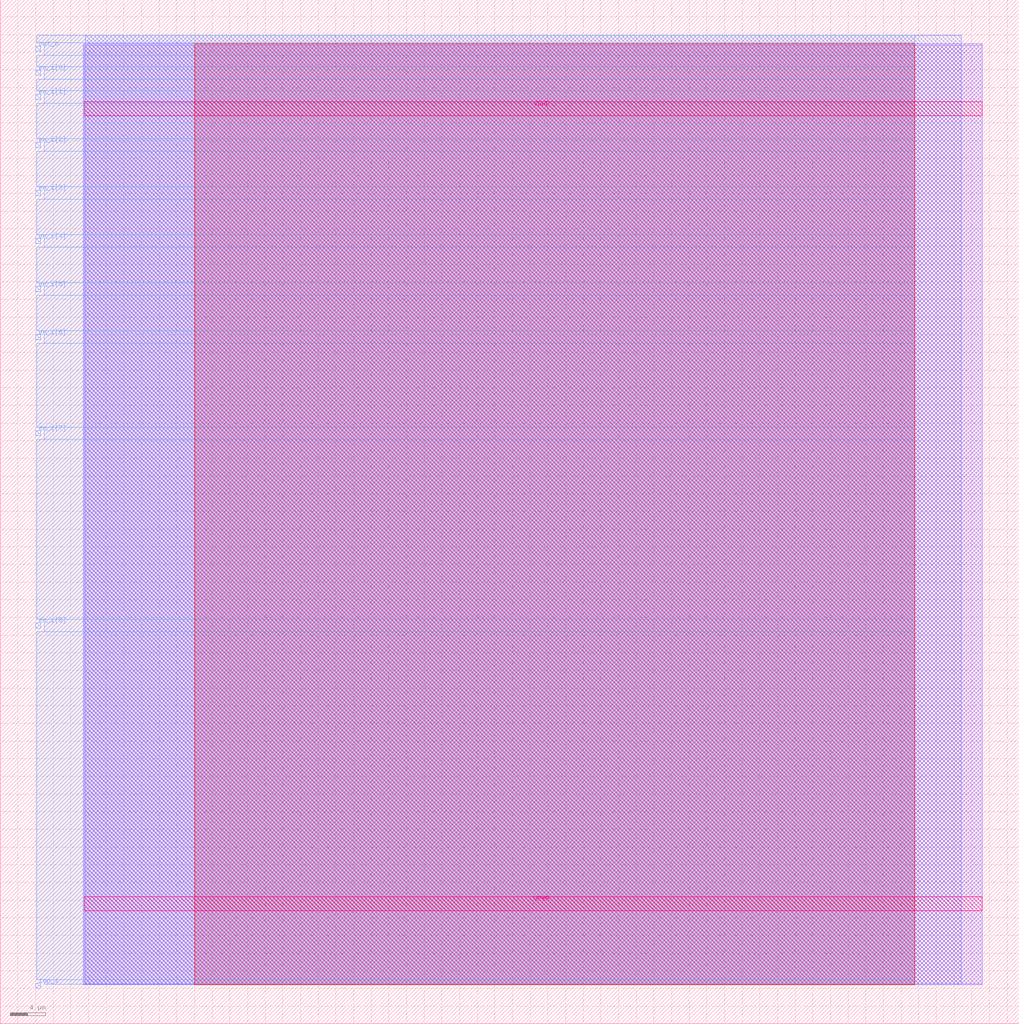
<source format=lef>
VERSION 5.7 ;
  NOWIREEXTENSIONATPIN ON ;
  DIVIDERCHAR "/" ;
  BUSBITCHARS "[]" ;
MACRO delayline_9_hd
  CLASS BLOCK ;
  FOREIGN delayline_9_hd ;
  ORIGIN 0.000 0.000 ;
  SIZE 115.370 BY 115.925 ;
  PIN inp_i
    DIRECTION INPUT ;
    PORT
      LAYER met3 ;
        RECT 4.000 4.000 4.600 4.600 ;
    END
  END inp_i
  PIN out_o
    DIRECTION OUTPUT TRISTATE ;
    PORT
      LAYER met3 ;
        RECT 4.000 110.080 4.600 110.680 ;
    END
  END out_o
  PIN en_i[8]
    DIRECTION INPUT ;
    PORT
      LAYER met3 ;
        RECT 4.000 44.800 4.600 45.400 ;
    END
  END en_i[8]
  PIN en_i[7]
    DIRECTION INPUT ;
    PORT
      LAYER met3 ;
        RECT 4.000 66.560 4.600 67.160 ;
    END
  END en_i[7]
  PIN en_i[6]
    DIRECTION INPUT ;
    PORT
      LAYER met3 ;
        RECT 4.000 77.440 4.600 78.040 ;
    END
  END en_i[6]
  PIN en_i[5]
    DIRECTION INPUT ;
    PORT
      LAYER met3 ;
        RECT 4.000 82.880 4.600 83.480 ;
    END
  END en_i[5]
  PIN en_i[4]
    DIRECTION INPUT ;
    PORT
      LAYER met3 ;
        RECT 4.000 88.320 4.600 88.920 ;
    END
  END en_i[4]
  PIN en_i[3]
    DIRECTION INPUT ;
    PORT
      LAYER met3 ;
        RECT 4.000 93.760 4.600 94.360 ;
    END
  END en_i[3]
  PIN en_i[2]
    DIRECTION INPUT ;
    PORT
      LAYER met3 ;
        RECT 4.000 99.200 4.600 99.800 ;
    END
  END en_i[2]
  PIN en_i[1]
    DIRECTION INPUT ;
    PORT
      LAYER met3 ;
        RECT 4.000 104.640 4.600 105.240 ;
    END
  END en_i[1]
  PIN en_i[0]
    DIRECTION INPUT ;
    PORT
      LAYER met3 ;
        RECT 4.000 107.360 4.600 107.960 ;
    END
  END en_i[0]
  PIN VPWR
    DIRECTION INPUT ;
    USE POWER ;
    PORT
      LAYER met5 ;
        RECT 9.520 12.800 111.180 14.400 ;
    END
  END VPWR
  PIN VGND
    DIRECTION INPUT ;
    USE GROUND ;
    PORT
      LAYER met5 ;
        RECT 9.520 102.800 111.180 104.400 ;
    END
  END VGND
  OBS
      LAYER li1 ;
        RECT 9.520 4.555 111.180 110.805 ;
      LAYER met1 ;
        RECT 9.395 4.400 111.180 110.960 ;
      LAYER met2 ;
        RECT 9.610 4.400 108.780 111.925 ;
      LAYER met3 ;
        RECT 4.150 111.080 103.560 111.905 ;
        RECT 5.000 109.680 103.560 111.080 ;
        RECT 4.150 108.360 103.560 109.680 ;
        RECT 5.000 106.960 103.560 108.360 ;
        RECT 4.150 105.640 103.560 106.960 ;
        RECT 5.000 104.240 103.560 105.640 ;
        RECT 4.150 100.200 103.560 104.240 ;
        RECT 5.000 98.800 103.560 100.200 ;
        RECT 4.150 94.760 103.560 98.800 ;
        RECT 5.000 93.360 103.560 94.760 ;
        RECT 4.150 89.320 103.560 93.360 ;
        RECT 5.000 87.920 103.560 89.320 ;
        RECT 4.150 83.880 103.560 87.920 ;
        RECT 5.000 82.480 103.560 83.880 ;
        RECT 4.150 78.440 103.560 82.480 ;
        RECT 5.000 77.040 103.560 78.440 ;
        RECT 4.150 67.560 103.560 77.040 ;
        RECT 5.000 66.160 103.560 67.560 ;
        RECT 4.150 45.800 103.560 66.160 ;
        RECT 5.000 44.400 103.560 45.800 ;
        RECT 4.150 5.000 103.560 44.400 ;
        RECT 5.000 4.475 103.560 5.000 ;
      LAYER met4 ;
        RECT 22.040 4.400 103.560 110.960 ;
  END
END delayline_9_hd
END LIBRARY


</source>
